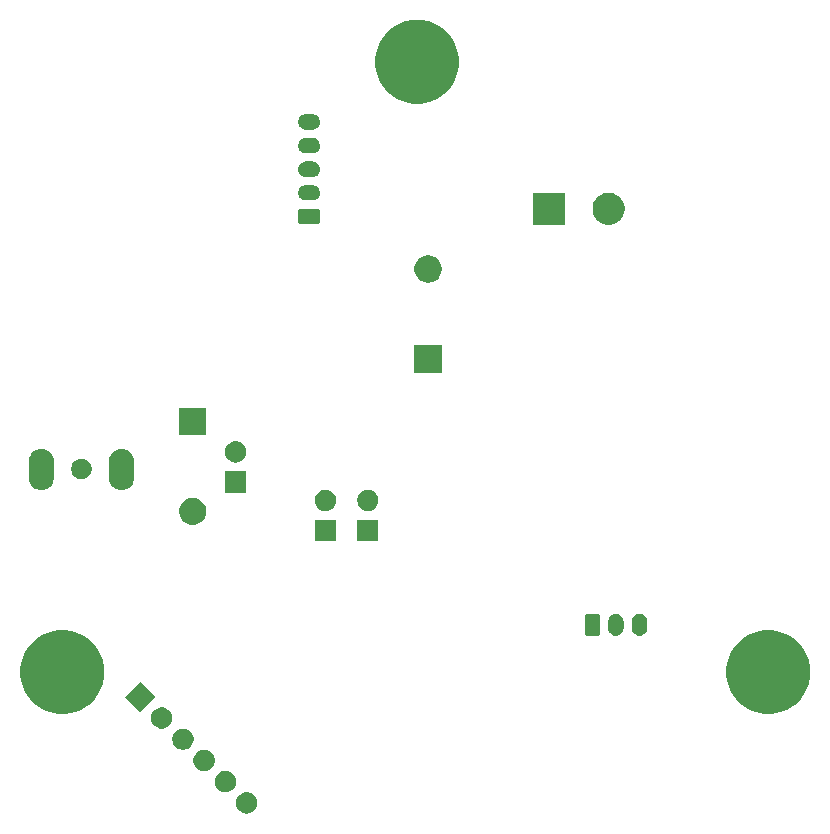
<source format=gbr>
G04 #@! TF.GenerationSoftware,KiCad,Pcbnew,(5.1.5)-3*
G04 #@! TF.CreationDate,2020-12-16T00:20:50-05:00*
G04 #@! TF.ProjectId,pov_ornament,706f765f-6f72-46e6-916d-656e742e6b69,rev?*
G04 #@! TF.SameCoordinates,Original*
G04 #@! TF.FileFunction,Soldermask,Bot*
G04 #@! TF.FilePolarity,Negative*
%FSLAX46Y46*%
G04 Gerber Fmt 4.6, Leading zero omitted, Abs format (unit mm)*
G04 Created by KiCad (PCBNEW (5.1.5)-3) date 2020-12-16 00:20:50*
%MOMM*%
%LPD*%
G04 APERTURE LIST*
%ADD10C,0.100000*%
G04 APERTURE END LIST*
D10*
G36*
X120843768Y-133584183D02*
G01*
X120993068Y-133613880D01*
X121157040Y-133681800D01*
X121304610Y-133780403D01*
X121430109Y-133905902D01*
X121528712Y-134053472D01*
X121596632Y-134217444D01*
X121631256Y-134391515D01*
X121631256Y-134568997D01*
X121596632Y-134743068D01*
X121528712Y-134907040D01*
X121430109Y-135054610D01*
X121304610Y-135180109D01*
X121157040Y-135278712D01*
X120993068Y-135346632D01*
X120843768Y-135376329D01*
X120818998Y-135381256D01*
X120641514Y-135381256D01*
X120616744Y-135376329D01*
X120467444Y-135346632D01*
X120303472Y-135278712D01*
X120155902Y-135180109D01*
X120030403Y-135054610D01*
X119931800Y-134907040D01*
X119863880Y-134743068D01*
X119829256Y-134568997D01*
X119829256Y-134391515D01*
X119863880Y-134217444D01*
X119931800Y-134053472D01*
X120030403Y-133905902D01*
X120155902Y-133780403D01*
X120303472Y-133681800D01*
X120467444Y-133613880D01*
X120616744Y-133584183D01*
X120641514Y-133579256D01*
X120818998Y-133579256D01*
X120843768Y-133584183D01*
G37*
G36*
X119047717Y-131788132D02*
G01*
X119197017Y-131817829D01*
X119360989Y-131885749D01*
X119508559Y-131984352D01*
X119634058Y-132109851D01*
X119732661Y-132257421D01*
X119800581Y-132421393D01*
X119835205Y-132595464D01*
X119835205Y-132772946D01*
X119800581Y-132947017D01*
X119732661Y-133110989D01*
X119634058Y-133258559D01*
X119508559Y-133384058D01*
X119360989Y-133482661D01*
X119197017Y-133550581D01*
X119052854Y-133579256D01*
X119022947Y-133585205D01*
X118845463Y-133585205D01*
X118815556Y-133579256D01*
X118671393Y-133550581D01*
X118507421Y-133482661D01*
X118359851Y-133384058D01*
X118234352Y-133258559D01*
X118135749Y-133110989D01*
X118067829Y-132947017D01*
X118033205Y-132772946D01*
X118033205Y-132595464D01*
X118067829Y-132421393D01*
X118135749Y-132257421D01*
X118234352Y-132109851D01*
X118359851Y-131984352D01*
X118507421Y-131885749D01*
X118671393Y-131817829D01*
X118820693Y-131788132D01*
X118845463Y-131783205D01*
X119022947Y-131783205D01*
X119047717Y-131788132D01*
G37*
G36*
X117251666Y-129992081D02*
G01*
X117400966Y-130021778D01*
X117564938Y-130089698D01*
X117712508Y-130188301D01*
X117838007Y-130313800D01*
X117936610Y-130461370D01*
X118004530Y-130625342D01*
X118039154Y-130799413D01*
X118039154Y-130976895D01*
X118004530Y-131150966D01*
X117936610Y-131314938D01*
X117838007Y-131462508D01*
X117712508Y-131588007D01*
X117564938Y-131686610D01*
X117400966Y-131754530D01*
X117256803Y-131783205D01*
X117226896Y-131789154D01*
X117049412Y-131789154D01*
X117019505Y-131783205D01*
X116875342Y-131754530D01*
X116711370Y-131686610D01*
X116563800Y-131588007D01*
X116438301Y-131462508D01*
X116339698Y-131314938D01*
X116271778Y-131150966D01*
X116237154Y-130976895D01*
X116237154Y-130799413D01*
X116271778Y-130625342D01*
X116339698Y-130461370D01*
X116438301Y-130313800D01*
X116563800Y-130188301D01*
X116711370Y-130089698D01*
X116875342Y-130021778D01*
X117024642Y-129992081D01*
X117049412Y-129987154D01*
X117226896Y-129987154D01*
X117251666Y-129992081D01*
G37*
G36*
X115455614Y-128196029D02*
G01*
X115604914Y-128225726D01*
X115768886Y-128293646D01*
X115916456Y-128392249D01*
X116041955Y-128517748D01*
X116140558Y-128665318D01*
X116208478Y-128829290D01*
X116243102Y-129003361D01*
X116243102Y-129180843D01*
X116208478Y-129354914D01*
X116140558Y-129518886D01*
X116041955Y-129666456D01*
X115916456Y-129791955D01*
X115768886Y-129890558D01*
X115604914Y-129958478D01*
X115460746Y-129987154D01*
X115430844Y-129993102D01*
X115253360Y-129993102D01*
X115223458Y-129987154D01*
X115079290Y-129958478D01*
X114915318Y-129890558D01*
X114767748Y-129791955D01*
X114642249Y-129666456D01*
X114543646Y-129518886D01*
X114475726Y-129354914D01*
X114441102Y-129180843D01*
X114441102Y-129003361D01*
X114475726Y-128829290D01*
X114543646Y-128665318D01*
X114642249Y-128517748D01*
X114767748Y-128392249D01*
X114915318Y-128293646D01*
X115079290Y-128225726D01*
X115228590Y-128196029D01*
X115253360Y-128191102D01*
X115430844Y-128191102D01*
X115455614Y-128196029D01*
G37*
G36*
X113659563Y-126399978D02*
G01*
X113808863Y-126429675D01*
X113972835Y-126497595D01*
X114120405Y-126596198D01*
X114245904Y-126721697D01*
X114344507Y-126869267D01*
X114412427Y-127033239D01*
X114447051Y-127207310D01*
X114447051Y-127384792D01*
X114412427Y-127558863D01*
X114344507Y-127722835D01*
X114245904Y-127870405D01*
X114120405Y-127995904D01*
X113972835Y-128094507D01*
X113808863Y-128162427D01*
X113664700Y-128191102D01*
X113634793Y-128197051D01*
X113457309Y-128197051D01*
X113427402Y-128191102D01*
X113283239Y-128162427D01*
X113119267Y-128094507D01*
X112971697Y-127995904D01*
X112846198Y-127870405D01*
X112747595Y-127722835D01*
X112679675Y-127558863D01*
X112645051Y-127384792D01*
X112645051Y-127207310D01*
X112679675Y-127033239D01*
X112747595Y-126869267D01*
X112846198Y-126721697D01*
X112971697Y-126596198D01*
X113119267Y-126497595D01*
X113283239Y-126429675D01*
X113432539Y-126399978D01*
X113457309Y-126395051D01*
X113634793Y-126395051D01*
X113659563Y-126399978D01*
G37*
G36*
X165935787Y-119985462D02*
G01*
X165935790Y-119985463D01*
X165935789Y-119985463D01*
X166582029Y-120253144D01*
X167163631Y-120641758D01*
X167658242Y-121136369D01*
X168046856Y-121717971D01*
X168046856Y-121717972D01*
X168314538Y-122364213D01*
X168451000Y-123050256D01*
X168451000Y-123749744D01*
X168314538Y-124435787D01*
X168314537Y-124435789D01*
X168046856Y-125082029D01*
X167658242Y-125663631D01*
X167163631Y-126158242D01*
X166582029Y-126546856D01*
X166462904Y-126596199D01*
X165935787Y-126814538D01*
X165249744Y-126951000D01*
X164550256Y-126951000D01*
X163864213Y-126814538D01*
X163337096Y-126596199D01*
X163217971Y-126546856D01*
X162636369Y-126158242D01*
X162141758Y-125663631D01*
X161753144Y-125082029D01*
X161485463Y-124435789D01*
X161485462Y-124435787D01*
X161349000Y-123749744D01*
X161349000Y-123050256D01*
X161485462Y-122364213D01*
X161753144Y-121717972D01*
X161753144Y-121717971D01*
X162141758Y-121136369D01*
X162636369Y-120641758D01*
X163217971Y-120253144D01*
X163864211Y-119985463D01*
X163864210Y-119985463D01*
X163864213Y-119985462D01*
X164550256Y-119849000D01*
X165249744Y-119849000D01*
X165935787Y-119985462D01*
G37*
G36*
X106166552Y-119985462D02*
G01*
X106166555Y-119985463D01*
X106166554Y-119985463D01*
X106812794Y-120253144D01*
X107394396Y-120641758D01*
X107889007Y-121136369D01*
X108277621Y-121717971D01*
X108277621Y-121717972D01*
X108545303Y-122364213D01*
X108681765Y-123050256D01*
X108681765Y-123749744D01*
X108545303Y-124435787D01*
X108545302Y-124435789D01*
X108277621Y-125082029D01*
X107889007Y-125663631D01*
X107394396Y-126158242D01*
X106812794Y-126546856D01*
X106693669Y-126596199D01*
X106166552Y-126814538D01*
X105480509Y-126951000D01*
X104781021Y-126951000D01*
X104094978Y-126814538D01*
X103567861Y-126596199D01*
X103448736Y-126546856D01*
X102867134Y-126158242D01*
X102372523Y-125663631D01*
X101983909Y-125082029D01*
X101716228Y-124435789D01*
X101716227Y-124435787D01*
X101579765Y-123749744D01*
X101579765Y-123050256D01*
X101716227Y-122364213D01*
X101983909Y-121717972D01*
X101983909Y-121717971D01*
X102372523Y-121136369D01*
X102867134Y-120641758D01*
X103448736Y-120253144D01*
X104094976Y-119985463D01*
X104094975Y-119985463D01*
X104094978Y-119985462D01*
X104781021Y-119849000D01*
X105480509Y-119849000D01*
X106166552Y-119985462D01*
G37*
G36*
X113024206Y-125500000D02*
G01*
X111750000Y-126774206D01*
X110475794Y-125500000D01*
X111750000Y-124225794D01*
X113024206Y-125500000D01*
G37*
G36*
X154127617Y-118483420D02*
G01*
X154208399Y-118507925D01*
X154250335Y-118520646D01*
X154363424Y-118581094D01*
X154462554Y-118662447D01*
X154543906Y-118761575D01*
X154604354Y-118874664D01*
X154614040Y-118906596D01*
X154641580Y-118997382D01*
X154651000Y-119093027D01*
X154651000Y-119706973D01*
X154641580Y-119802618D01*
X154627510Y-119849000D01*
X154604354Y-119925336D01*
X154543906Y-120038425D01*
X154462554Y-120137554D01*
X154363425Y-120218906D01*
X154250336Y-120279354D01*
X154218404Y-120289040D01*
X154127618Y-120316580D01*
X154000000Y-120329149D01*
X153872383Y-120316580D01*
X153781597Y-120289040D01*
X153749665Y-120279354D01*
X153636576Y-120218906D01*
X153537447Y-120137554D01*
X153456096Y-120038427D01*
X153456095Y-120038425D01*
X153395647Y-119925336D01*
X153395645Y-119925333D01*
X153372490Y-119849000D01*
X153358420Y-119802618D01*
X153349000Y-119706973D01*
X153349000Y-119093028D01*
X153358420Y-118997383D01*
X153395645Y-118874669D01*
X153395646Y-118874665D01*
X153456094Y-118761576D01*
X153537447Y-118662446D01*
X153636575Y-118581094D01*
X153749664Y-118520646D01*
X153791600Y-118507925D01*
X153872382Y-118483420D01*
X154000000Y-118470851D01*
X154127617Y-118483420D01*
G37*
G36*
X152127617Y-118483420D02*
G01*
X152208399Y-118507925D01*
X152250335Y-118520646D01*
X152363424Y-118581094D01*
X152462554Y-118662447D01*
X152543906Y-118761575D01*
X152604354Y-118874664D01*
X152614040Y-118906596D01*
X152641580Y-118997382D01*
X152651000Y-119093027D01*
X152651000Y-119706973D01*
X152641580Y-119802618D01*
X152627510Y-119849000D01*
X152604354Y-119925336D01*
X152543906Y-120038425D01*
X152462554Y-120137554D01*
X152363425Y-120218906D01*
X152250336Y-120279354D01*
X152218404Y-120289040D01*
X152127618Y-120316580D01*
X152000000Y-120329149D01*
X151872383Y-120316580D01*
X151781597Y-120289040D01*
X151749665Y-120279354D01*
X151636576Y-120218906D01*
X151537447Y-120137554D01*
X151456096Y-120038427D01*
X151456095Y-120038425D01*
X151395647Y-119925336D01*
X151395645Y-119925333D01*
X151372490Y-119849000D01*
X151358420Y-119802618D01*
X151349000Y-119706973D01*
X151349000Y-119093028D01*
X151358420Y-118997383D01*
X151395645Y-118874669D01*
X151395646Y-118874665D01*
X151456094Y-118761576D01*
X151537447Y-118662446D01*
X151636575Y-118581094D01*
X151749664Y-118520646D01*
X151791600Y-118507925D01*
X151872382Y-118483420D01*
X152000000Y-118470851D01*
X152127617Y-118483420D01*
G37*
G36*
X150491242Y-118478404D02*
G01*
X150528337Y-118489657D01*
X150562515Y-118507925D01*
X150592481Y-118532519D01*
X150617075Y-118562485D01*
X150635343Y-118596663D01*
X150646596Y-118633758D01*
X150651000Y-118678474D01*
X150651000Y-120121526D01*
X150646596Y-120166242D01*
X150635343Y-120203337D01*
X150617075Y-120237515D01*
X150592481Y-120267481D01*
X150562515Y-120292075D01*
X150528337Y-120310343D01*
X150491242Y-120321596D01*
X150446526Y-120326000D01*
X149553474Y-120326000D01*
X149508758Y-120321596D01*
X149471663Y-120310343D01*
X149437485Y-120292075D01*
X149407519Y-120267481D01*
X149382925Y-120237515D01*
X149364657Y-120203337D01*
X149353404Y-120166242D01*
X149349000Y-120121526D01*
X149349000Y-118678474D01*
X149353404Y-118633758D01*
X149364657Y-118596663D01*
X149382925Y-118562485D01*
X149407519Y-118532519D01*
X149437485Y-118507925D01*
X149471663Y-118489657D01*
X149508758Y-118478404D01*
X149553474Y-118474000D01*
X150446526Y-118474000D01*
X150491242Y-118478404D01*
G37*
G36*
X131901000Y-112301000D02*
G01*
X130099000Y-112301000D01*
X130099000Y-110499000D01*
X131901000Y-110499000D01*
X131901000Y-112301000D01*
G37*
G36*
X128301000Y-112301000D02*
G01*
X126499000Y-112301000D01*
X126499000Y-110499000D01*
X128301000Y-110499000D01*
X128301000Y-112301000D01*
G37*
G36*
X116399549Y-108666116D02*
G01*
X116510734Y-108688232D01*
X116658850Y-108749584D01*
X116711177Y-108771258D01*
X116720203Y-108774997D01*
X116908720Y-108900960D01*
X117069040Y-109061280D01*
X117195003Y-109249797D01*
X117281768Y-109459266D01*
X117326000Y-109681636D01*
X117326000Y-109908364D01*
X117281768Y-110130734D01*
X117195003Y-110340203D01*
X117069040Y-110528720D01*
X116908720Y-110689040D01*
X116720203Y-110815003D01*
X116510734Y-110901768D01*
X116399549Y-110923884D01*
X116288365Y-110946000D01*
X116061635Y-110946000D01*
X115950451Y-110923884D01*
X115839266Y-110901768D01*
X115629797Y-110815003D01*
X115441280Y-110689040D01*
X115280960Y-110528720D01*
X115154997Y-110340203D01*
X115068232Y-110130734D01*
X115024000Y-109908364D01*
X115024000Y-109681636D01*
X115068232Y-109459266D01*
X115154997Y-109249797D01*
X115280960Y-109061280D01*
X115441280Y-108900960D01*
X115629797Y-108774997D01*
X115638824Y-108771258D01*
X115691150Y-108749584D01*
X115839266Y-108688232D01*
X115950451Y-108666116D01*
X116061635Y-108644000D01*
X116288365Y-108644000D01*
X116399549Y-108666116D01*
G37*
G36*
X131113512Y-107963927D02*
G01*
X131262812Y-107993624D01*
X131426784Y-108061544D01*
X131574354Y-108160147D01*
X131699853Y-108285646D01*
X131798456Y-108433216D01*
X131866376Y-108597188D01*
X131901000Y-108771259D01*
X131901000Y-108948741D01*
X131866376Y-109122812D01*
X131798456Y-109286784D01*
X131699853Y-109434354D01*
X131574354Y-109559853D01*
X131426784Y-109658456D01*
X131262812Y-109726376D01*
X131113512Y-109756073D01*
X131088742Y-109761000D01*
X130911258Y-109761000D01*
X130886488Y-109756073D01*
X130737188Y-109726376D01*
X130573216Y-109658456D01*
X130425646Y-109559853D01*
X130300147Y-109434354D01*
X130201544Y-109286784D01*
X130133624Y-109122812D01*
X130099000Y-108948741D01*
X130099000Y-108771259D01*
X130133624Y-108597188D01*
X130201544Y-108433216D01*
X130300147Y-108285646D01*
X130425646Y-108160147D01*
X130573216Y-108061544D01*
X130737188Y-107993624D01*
X130886488Y-107963927D01*
X130911258Y-107959000D01*
X131088742Y-107959000D01*
X131113512Y-107963927D01*
G37*
G36*
X127513512Y-107963927D02*
G01*
X127662812Y-107993624D01*
X127826784Y-108061544D01*
X127974354Y-108160147D01*
X128099853Y-108285646D01*
X128198456Y-108433216D01*
X128266376Y-108597188D01*
X128301000Y-108771259D01*
X128301000Y-108948741D01*
X128266376Y-109122812D01*
X128198456Y-109286784D01*
X128099853Y-109434354D01*
X127974354Y-109559853D01*
X127826784Y-109658456D01*
X127662812Y-109726376D01*
X127513512Y-109756073D01*
X127488742Y-109761000D01*
X127311258Y-109761000D01*
X127286488Y-109756073D01*
X127137188Y-109726376D01*
X126973216Y-109658456D01*
X126825646Y-109559853D01*
X126700147Y-109434354D01*
X126601544Y-109286784D01*
X126533624Y-109122812D01*
X126499000Y-108948741D01*
X126499000Y-108771259D01*
X126533624Y-108597188D01*
X126601544Y-108433216D01*
X126700147Y-108285646D01*
X126825646Y-108160147D01*
X126973216Y-108061544D01*
X127137188Y-107993624D01*
X127286488Y-107963927D01*
X127311258Y-107959000D01*
X127488742Y-107959000D01*
X127513512Y-107963927D01*
G37*
G36*
X120701000Y-108201000D02*
G01*
X118899000Y-108201000D01*
X118899000Y-106399000D01*
X120701000Y-106399000D01*
X120701000Y-108201000D01*
G37*
G36*
X110356032Y-104504207D02*
G01*
X110554146Y-104564305D01*
X110554149Y-104564306D01*
X110650975Y-104616061D01*
X110736729Y-104661897D01*
X110896765Y-104793235D01*
X111028103Y-104953271D01*
X111065273Y-105022811D01*
X111125694Y-105135851D01*
X111125695Y-105135854D01*
X111185793Y-105333968D01*
X111201000Y-105488370D01*
X111201000Y-107011630D01*
X111185793Y-107166032D01*
X111125695Y-107364145D01*
X111125694Y-107364149D01*
X111073939Y-107460975D01*
X111028103Y-107546729D01*
X110896765Y-107706765D01*
X110736729Y-107838103D01*
X110620030Y-107900479D01*
X110554148Y-107935694D01*
X110554145Y-107935695D01*
X110356031Y-107995793D01*
X110150000Y-108016085D01*
X109943968Y-107995793D01*
X109745854Y-107935695D01*
X109745851Y-107935694D01*
X109649025Y-107883939D01*
X109563271Y-107838103D01*
X109403235Y-107706765D01*
X109271897Y-107546729D01*
X109174307Y-107364149D01*
X109174306Y-107364148D01*
X109171273Y-107354149D01*
X109114207Y-107166031D01*
X109099000Y-107011629D01*
X109099000Y-105488370D01*
X109104497Y-105432560D01*
X109114207Y-105333970D01*
X109174305Y-105135853D01*
X109249184Y-104995765D01*
X109271898Y-104953271D01*
X109403236Y-104793235D01*
X109563272Y-104661897D01*
X109649026Y-104616061D01*
X109745852Y-104564306D01*
X109745855Y-104564305D01*
X109943969Y-104504207D01*
X110150000Y-104483915D01*
X110356032Y-104504207D01*
G37*
G36*
X103556032Y-104514207D02*
G01*
X103721184Y-104564306D01*
X103754149Y-104574306D01*
X103850975Y-104626061D01*
X103936729Y-104671897D01*
X104096765Y-104803235D01*
X104228103Y-104963271D01*
X104259928Y-105022812D01*
X104325694Y-105145851D01*
X104325695Y-105145854D01*
X104385793Y-105343968D01*
X104401000Y-105498370D01*
X104401000Y-107001630D01*
X104385793Y-107156032D01*
X104382759Y-107166032D01*
X104325694Y-107354149D01*
X104273939Y-107450975D01*
X104228103Y-107536729D01*
X104096765Y-107696765D01*
X103936729Y-107828103D01*
X103820030Y-107890479D01*
X103754148Y-107925694D01*
X103754145Y-107925695D01*
X103556031Y-107985793D01*
X103350000Y-108006085D01*
X103143968Y-107985793D01*
X102945854Y-107925695D01*
X102945851Y-107925694D01*
X102849025Y-107873939D01*
X102763271Y-107828103D01*
X102603235Y-107696765D01*
X102471897Y-107536729D01*
X102379652Y-107364149D01*
X102374306Y-107354148D01*
X102317241Y-107166031D01*
X102314207Y-107156031D01*
X102299000Y-107001629D01*
X102299000Y-105498370D01*
X102305482Y-105432560D01*
X102314207Y-105343970D01*
X102374305Y-105145853D01*
X102449184Y-105005765D01*
X102471898Y-104963271D01*
X102603236Y-104803235D01*
X102763272Y-104671897D01*
X102849026Y-104626061D01*
X102945852Y-104574306D01*
X102978817Y-104564306D01*
X103143969Y-104514207D01*
X103350000Y-104493915D01*
X103556032Y-104514207D01*
G37*
G36*
X106918948Y-105350640D02*
G01*
X107002603Y-105367280D01*
X107160205Y-105432561D01*
X107302043Y-105527334D01*
X107422666Y-105647957D01*
X107517439Y-105789795D01*
X107582720Y-105947397D01*
X107616000Y-106114706D01*
X107616000Y-106285294D01*
X107582720Y-106452603D01*
X107517439Y-106610205D01*
X107422666Y-106752043D01*
X107302043Y-106872666D01*
X107160205Y-106967439D01*
X107002603Y-107032720D01*
X106835295Y-107066000D01*
X106664705Y-107066000D01*
X106497397Y-107032720D01*
X106339795Y-106967439D01*
X106197957Y-106872666D01*
X106077334Y-106752043D01*
X105982561Y-106610205D01*
X105917280Y-106452603D01*
X105884000Y-106285294D01*
X105884000Y-106114706D01*
X105917280Y-105947397D01*
X105982561Y-105789795D01*
X106077334Y-105647957D01*
X106197957Y-105527334D01*
X106339795Y-105432561D01*
X106497397Y-105367280D01*
X106581052Y-105350640D01*
X106664705Y-105334000D01*
X106835295Y-105334000D01*
X106918948Y-105350640D01*
G37*
G36*
X119913512Y-103863927D02*
G01*
X120062812Y-103893624D01*
X120226784Y-103961544D01*
X120374354Y-104060147D01*
X120499853Y-104185646D01*
X120598456Y-104333216D01*
X120666376Y-104497188D01*
X120701000Y-104671259D01*
X120701000Y-104848741D01*
X120666376Y-105022812D01*
X120598456Y-105186784D01*
X120499853Y-105334354D01*
X120374354Y-105459853D01*
X120226784Y-105558456D01*
X120062812Y-105626376D01*
X119913512Y-105656073D01*
X119888742Y-105661000D01*
X119711258Y-105661000D01*
X119686488Y-105656073D01*
X119537188Y-105626376D01*
X119373216Y-105558456D01*
X119225646Y-105459853D01*
X119100147Y-105334354D01*
X119001544Y-105186784D01*
X118933624Y-105022812D01*
X118899000Y-104848741D01*
X118899000Y-104671259D01*
X118933624Y-104497188D01*
X119001544Y-104333216D01*
X119100147Y-104185646D01*
X119225646Y-104060147D01*
X119373216Y-103961544D01*
X119537188Y-103893624D01*
X119686488Y-103863927D01*
X119711258Y-103859000D01*
X119888742Y-103859000D01*
X119913512Y-103863927D01*
G37*
G36*
X117326000Y-103326000D02*
G01*
X115024000Y-103326000D01*
X115024000Y-101024000D01*
X117326000Y-101024000D01*
X117326000Y-103326000D01*
G37*
G36*
X137251000Y-98051000D02*
G01*
X134949000Y-98051000D01*
X134949000Y-95749000D01*
X137251000Y-95749000D01*
X137251000Y-98051000D01*
G37*
G36*
X136324549Y-88151116D02*
G01*
X136435734Y-88173232D01*
X136645203Y-88259997D01*
X136833720Y-88385960D01*
X136994040Y-88546280D01*
X137120003Y-88734797D01*
X137206768Y-88944266D01*
X137251000Y-89166636D01*
X137251000Y-89393364D01*
X137206768Y-89615734D01*
X137120003Y-89825203D01*
X136994040Y-90013720D01*
X136833720Y-90174040D01*
X136645203Y-90300003D01*
X136435734Y-90386768D01*
X136324549Y-90408884D01*
X136213365Y-90431000D01*
X135986635Y-90431000D01*
X135875451Y-90408884D01*
X135764266Y-90386768D01*
X135554797Y-90300003D01*
X135366280Y-90174040D01*
X135205960Y-90013720D01*
X135079997Y-89825203D01*
X134993232Y-89615734D01*
X134949000Y-89393364D01*
X134949000Y-89166636D01*
X134993232Y-88944266D01*
X135079997Y-88734797D01*
X135205960Y-88546280D01*
X135366280Y-88385960D01*
X135554797Y-88259997D01*
X135764266Y-88173232D01*
X135875451Y-88151116D01*
X135986635Y-88129000D01*
X136213365Y-88129000D01*
X136324549Y-88151116D01*
G37*
G36*
X151774072Y-82875918D02*
G01*
X152019939Y-82977759D01*
X152241212Y-83125610D01*
X152429390Y-83313788D01*
X152577241Y-83535061D01*
X152679082Y-83780928D01*
X152731000Y-84041938D01*
X152731000Y-84308062D01*
X152679082Y-84569072D01*
X152577241Y-84814939D01*
X152429390Y-85036212D01*
X152241212Y-85224390D01*
X152019939Y-85372241D01*
X152019938Y-85372242D01*
X152019937Y-85372242D01*
X151774072Y-85474082D01*
X151513063Y-85526000D01*
X151246937Y-85526000D01*
X150985928Y-85474082D01*
X150740063Y-85372242D01*
X150740062Y-85372242D01*
X150740061Y-85372241D01*
X150518788Y-85224390D01*
X150330610Y-85036212D01*
X150182759Y-84814939D01*
X150080918Y-84569072D01*
X150029000Y-84308062D01*
X150029000Y-84041938D01*
X150080918Y-83780928D01*
X150182759Y-83535061D01*
X150330610Y-83313788D01*
X150518788Y-83125610D01*
X150740061Y-82977759D01*
X150985928Y-82875918D01*
X151246937Y-82824000D01*
X151513063Y-82824000D01*
X151774072Y-82875918D01*
G37*
G36*
X147651000Y-85526000D02*
G01*
X144949000Y-85526000D01*
X144949000Y-82824000D01*
X147651000Y-82824000D01*
X147651000Y-85526000D01*
G37*
G36*
X126791242Y-84178404D02*
G01*
X126828337Y-84189657D01*
X126862515Y-84207925D01*
X126892481Y-84232519D01*
X126917075Y-84262485D01*
X126935343Y-84296663D01*
X126946596Y-84333758D01*
X126951000Y-84378474D01*
X126951000Y-85271526D01*
X126946596Y-85316242D01*
X126935343Y-85353337D01*
X126917075Y-85387515D01*
X126892481Y-85417481D01*
X126862515Y-85442075D01*
X126828337Y-85460343D01*
X126791242Y-85471596D01*
X126746526Y-85476000D01*
X125303474Y-85476000D01*
X125258758Y-85471596D01*
X125221663Y-85460343D01*
X125187485Y-85442075D01*
X125157519Y-85417481D01*
X125132925Y-85387515D01*
X125114657Y-85353337D01*
X125103404Y-85316242D01*
X125099000Y-85271526D01*
X125099000Y-84378474D01*
X125103404Y-84333758D01*
X125114657Y-84296663D01*
X125132925Y-84262485D01*
X125157519Y-84232519D01*
X125187485Y-84207925D01*
X125221663Y-84189657D01*
X125258758Y-84178404D01*
X125303474Y-84174000D01*
X126746526Y-84174000D01*
X126791242Y-84178404D01*
G37*
G36*
X126363855Y-82177140D02*
G01*
X126427618Y-82183420D01*
X126518404Y-82210960D01*
X126550336Y-82220646D01*
X126663425Y-82281094D01*
X126762554Y-82362446D01*
X126843906Y-82461575D01*
X126904354Y-82574664D01*
X126904355Y-82574668D01*
X126941580Y-82697382D01*
X126954149Y-82825000D01*
X126941580Y-82952618D01*
X126914040Y-83043404D01*
X126904354Y-83075336D01*
X126843906Y-83188425D01*
X126762554Y-83287554D01*
X126663425Y-83368906D01*
X126550336Y-83429354D01*
X126518404Y-83439040D01*
X126427618Y-83466580D01*
X126363855Y-83472860D01*
X126331974Y-83476000D01*
X125718026Y-83476000D01*
X125686145Y-83472860D01*
X125622382Y-83466580D01*
X125531596Y-83439040D01*
X125499664Y-83429354D01*
X125386575Y-83368906D01*
X125287446Y-83287554D01*
X125206094Y-83188425D01*
X125145646Y-83075336D01*
X125135960Y-83043404D01*
X125108420Y-82952618D01*
X125095851Y-82825000D01*
X125108420Y-82697382D01*
X125145645Y-82574668D01*
X125145646Y-82574664D01*
X125206094Y-82461575D01*
X125287446Y-82362446D01*
X125386575Y-82281094D01*
X125499664Y-82220646D01*
X125531596Y-82210960D01*
X125622382Y-82183420D01*
X125686145Y-82177140D01*
X125718026Y-82174000D01*
X126331974Y-82174000D01*
X126363855Y-82177140D01*
G37*
G36*
X126363855Y-80177140D02*
G01*
X126427618Y-80183420D01*
X126518404Y-80210960D01*
X126550336Y-80220646D01*
X126663425Y-80281094D01*
X126762554Y-80362446D01*
X126843906Y-80461575D01*
X126904354Y-80574664D01*
X126904355Y-80574668D01*
X126941580Y-80697382D01*
X126954149Y-80825000D01*
X126941580Y-80952618D01*
X126914040Y-81043404D01*
X126904354Y-81075336D01*
X126843906Y-81188425D01*
X126762554Y-81287554D01*
X126663425Y-81368906D01*
X126550336Y-81429354D01*
X126518404Y-81439040D01*
X126427618Y-81466580D01*
X126363855Y-81472860D01*
X126331974Y-81476000D01*
X125718026Y-81476000D01*
X125686145Y-81472860D01*
X125622382Y-81466580D01*
X125531596Y-81439040D01*
X125499664Y-81429354D01*
X125386575Y-81368906D01*
X125287446Y-81287554D01*
X125206094Y-81188425D01*
X125145646Y-81075336D01*
X125135960Y-81043404D01*
X125108420Y-80952618D01*
X125095851Y-80825000D01*
X125108420Y-80697382D01*
X125145645Y-80574668D01*
X125145646Y-80574664D01*
X125206094Y-80461575D01*
X125287446Y-80362446D01*
X125386575Y-80281094D01*
X125499664Y-80220646D01*
X125531596Y-80210960D01*
X125622382Y-80183420D01*
X125686145Y-80177140D01*
X125718026Y-80174000D01*
X126331974Y-80174000D01*
X126363855Y-80177140D01*
G37*
G36*
X126363855Y-78177140D02*
G01*
X126427618Y-78183420D01*
X126518404Y-78210960D01*
X126550336Y-78220646D01*
X126663425Y-78281094D01*
X126762554Y-78362446D01*
X126843906Y-78461575D01*
X126904354Y-78574664D01*
X126904355Y-78574668D01*
X126941580Y-78697382D01*
X126954149Y-78825000D01*
X126941580Y-78952618D01*
X126914040Y-79043404D01*
X126904354Y-79075336D01*
X126843906Y-79188425D01*
X126762554Y-79287554D01*
X126663425Y-79368906D01*
X126550336Y-79429354D01*
X126518404Y-79439040D01*
X126427618Y-79466580D01*
X126363855Y-79472860D01*
X126331974Y-79476000D01*
X125718026Y-79476000D01*
X125686145Y-79472860D01*
X125622382Y-79466580D01*
X125531596Y-79439040D01*
X125499664Y-79429354D01*
X125386575Y-79368906D01*
X125287446Y-79287554D01*
X125206094Y-79188425D01*
X125145646Y-79075336D01*
X125135960Y-79043404D01*
X125108420Y-78952618D01*
X125095851Y-78825000D01*
X125108420Y-78697382D01*
X125145645Y-78574668D01*
X125145646Y-78574664D01*
X125206094Y-78461575D01*
X125287446Y-78362446D01*
X125386575Y-78281094D01*
X125499664Y-78220646D01*
X125531596Y-78210960D01*
X125622382Y-78183420D01*
X125686145Y-78177140D01*
X125718026Y-78174000D01*
X126331974Y-78174000D01*
X126363855Y-78177140D01*
G37*
G36*
X126363855Y-76177140D02*
G01*
X126427618Y-76183420D01*
X126518404Y-76210960D01*
X126550336Y-76220646D01*
X126663425Y-76281094D01*
X126762554Y-76362446D01*
X126843906Y-76461575D01*
X126904354Y-76574664D01*
X126904355Y-76574668D01*
X126941580Y-76697382D01*
X126954149Y-76825000D01*
X126941580Y-76952618D01*
X126914040Y-77043404D01*
X126904354Y-77075336D01*
X126843906Y-77188425D01*
X126762554Y-77287554D01*
X126663425Y-77368906D01*
X126550336Y-77429354D01*
X126518404Y-77439040D01*
X126427618Y-77466580D01*
X126363855Y-77472860D01*
X126331974Y-77476000D01*
X125718026Y-77476000D01*
X125686145Y-77472860D01*
X125622382Y-77466580D01*
X125531596Y-77439040D01*
X125499664Y-77429354D01*
X125386575Y-77368906D01*
X125287446Y-77287554D01*
X125206094Y-77188425D01*
X125145646Y-77075336D01*
X125135960Y-77043404D01*
X125108420Y-76952618D01*
X125095851Y-76825000D01*
X125108420Y-76697382D01*
X125145645Y-76574668D01*
X125145646Y-76574664D01*
X125206094Y-76461575D01*
X125287446Y-76362446D01*
X125386575Y-76281094D01*
X125499664Y-76220646D01*
X125531596Y-76210960D01*
X125622382Y-76183420D01*
X125686145Y-76177140D01*
X125718026Y-76174000D01*
X126331974Y-76174000D01*
X126363855Y-76177140D01*
G37*
G36*
X136210787Y-68319967D02*
G01*
X136210790Y-68319968D01*
X136210789Y-68319968D01*
X136857029Y-68587649D01*
X137438631Y-68976263D01*
X137933242Y-69470874D01*
X138321856Y-70052476D01*
X138321856Y-70052477D01*
X138589538Y-70698718D01*
X138726000Y-71384761D01*
X138726000Y-72084249D01*
X138589538Y-72770292D01*
X138589537Y-72770294D01*
X138321856Y-73416534D01*
X137933242Y-73998136D01*
X137438631Y-74492747D01*
X136857029Y-74881361D01*
X136400068Y-75070640D01*
X136210787Y-75149043D01*
X135524744Y-75285505D01*
X134825256Y-75285505D01*
X134139213Y-75149043D01*
X133949932Y-75070640D01*
X133492971Y-74881361D01*
X132911369Y-74492747D01*
X132416758Y-73998136D01*
X132028144Y-73416534D01*
X131760463Y-72770294D01*
X131760462Y-72770292D01*
X131624000Y-72084249D01*
X131624000Y-71384761D01*
X131760462Y-70698718D01*
X132028144Y-70052477D01*
X132028144Y-70052476D01*
X132416758Y-69470874D01*
X132911369Y-68976263D01*
X133492971Y-68587649D01*
X134139211Y-68319968D01*
X134139210Y-68319968D01*
X134139213Y-68319967D01*
X134825256Y-68183505D01*
X135524744Y-68183505D01*
X136210787Y-68319967D01*
G37*
M02*

</source>
